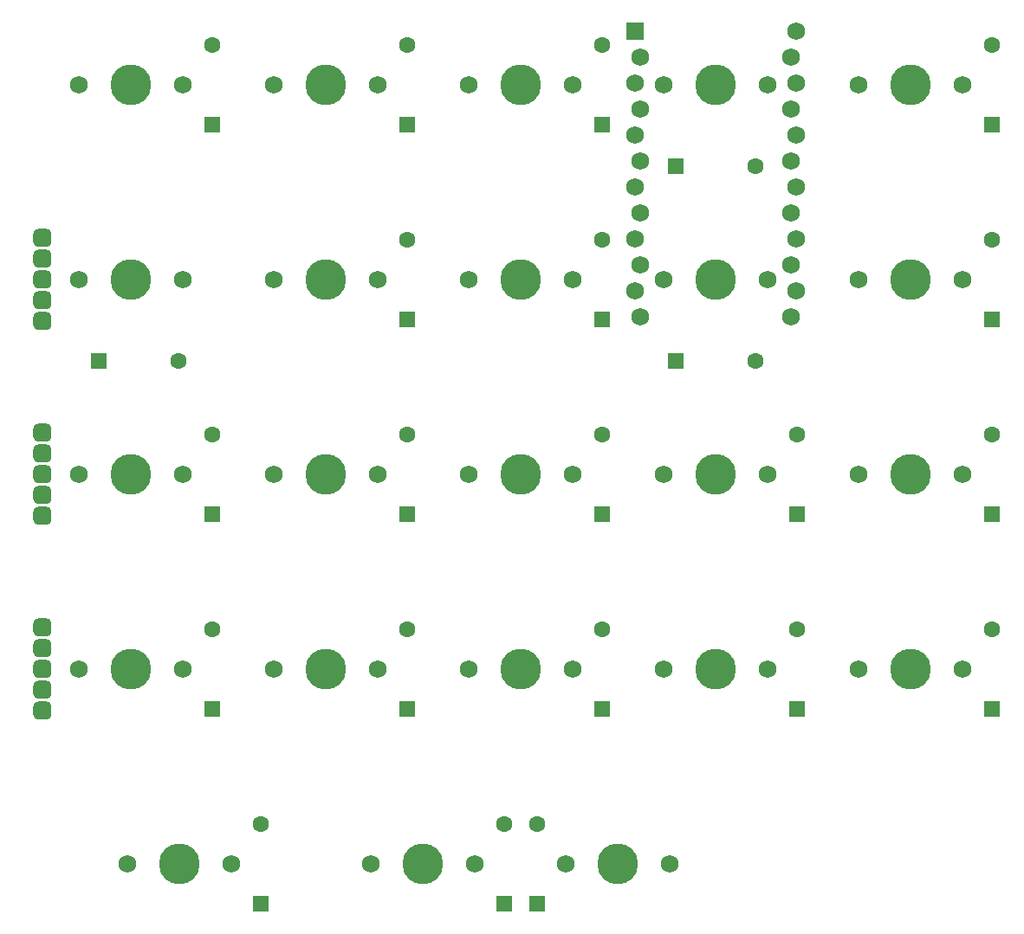
<source format=gts>
%TF.GenerationSoftware,KiCad,Pcbnew,(5.1.12)-1*%
%TF.CreationDate,2022-01-01T22:18:58-05:00*%
%TF.ProjectId,my-keeb-2,6d792d6b-6565-4622-9d32-2e6b69636164,rev?*%
%TF.SameCoordinates,Original*%
%TF.FileFunction,Soldermask,Top*%
%TF.FilePolarity,Negative*%
%FSLAX46Y46*%
G04 Gerber Fmt 4.6, Leading zero omitted, Abs format (unit mm)*
G04 Created by KiCad (PCBNEW (5.1.12)-1) date 2022-01-01 22:18:58*
%MOMM*%
%LPD*%
G01*
G04 APERTURE LIST*
%ADD10C,3.987800*%
%ADD11C,1.750000*%
%ADD12C,1.752600*%
%ADD13R,1.752600X1.752600*%
%ADD14R,1.600000X1.600000*%
%ADD15C,1.600000*%
G04 APERTURE END LIST*
D10*
%TO.C,MX38*%
X165100000Y-98425000D03*
D11*
X160020000Y-98425000D03*
X170180000Y-98425000D03*
%TD*%
%TO.C,M3*%
G36*
G01*
X109715300Y-36772850D02*
X109715300Y-37649150D01*
G75*
G02*
X109277150Y-38087300I-438150J0D01*
G01*
X108400850Y-38087300D01*
G75*
G02*
X107962700Y-37649150I0J438150D01*
G01*
X107962700Y-36772850D01*
G75*
G02*
X108400850Y-36334700I438150J0D01*
G01*
X109277150Y-36334700D01*
G75*
G02*
X109715300Y-36772850I0J-438150D01*
G01*
G37*
G36*
G01*
X109715300Y-38804850D02*
X109715300Y-39681150D01*
G75*
G02*
X109277150Y-40119300I-438150J0D01*
G01*
X108400850Y-40119300D01*
G75*
G02*
X107962700Y-39681150I0J438150D01*
G01*
X107962700Y-38804850D01*
G75*
G02*
X108400850Y-38366700I438150J0D01*
G01*
X109277150Y-38366700D01*
G75*
G02*
X109715300Y-38804850I0J-438150D01*
G01*
G37*
G36*
G01*
X109715300Y-40836850D02*
X109715300Y-41713150D01*
G75*
G02*
X109277150Y-42151300I-438150J0D01*
G01*
X108400850Y-42151300D01*
G75*
G02*
X107962700Y-41713150I0J438150D01*
G01*
X107962700Y-40836850D01*
G75*
G02*
X108400850Y-40398700I438150J0D01*
G01*
X109277150Y-40398700D01*
G75*
G02*
X109715300Y-40836850I0J-438150D01*
G01*
G37*
G36*
G01*
X109715300Y-42868850D02*
X109715300Y-43745150D01*
G75*
G02*
X109277150Y-44183300I-438150J0D01*
G01*
X108400850Y-44183300D01*
G75*
G02*
X107962700Y-43745150I0J438150D01*
G01*
X107962700Y-42868850D01*
G75*
G02*
X108400850Y-42430700I438150J0D01*
G01*
X109277150Y-42430700D01*
G75*
G02*
X109715300Y-42868850I0J-438150D01*
G01*
G37*
G36*
G01*
X109715300Y-44900850D02*
X109715300Y-45777150D01*
G75*
G02*
X109277150Y-46215300I-438150J0D01*
G01*
X108400850Y-46215300D01*
G75*
G02*
X107962700Y-45777150I0J438150D01*
G01*
X107962700Y-44900850D01*
G75*
G02*
X108400850Y-44462700I438150J0D01*
G01*
X109277150Y-44462700D01*
G75*
G02*
X109715300Y-44900850I0J-438150D01*
G01*
G37*
%TD*%
%TO.C,M2*%
G36*
G01*
X107962700Y-83877150D02*
X107962700Y-83000850D01*
G75*
G02*
X108400850Y-82562700I438150J0D01*
G01*
X109277150Y-82562700D01*
G75*
G02*
X109715300Y-83000850I0J-438150D01*
G01*
X109715300Y-83877150D01*
G75*
G02*
X109277150Y-84315300I-438150J0D01*
G01*
X108400850Y-84315300D01*
G75*
G02*
X107962700Y-83877150I0J438150D01*
G01*
G37*
G36*
G01*
X107962700Y-81845150D02*
X107962700Y-80968850D01*
G75*
G02*
X108400850Y-80530700I438150J0D01*
G01*
X109277150Y-80530700D01*
G75*
G02*
X109715300Y-80968850I0J-438150D01*
G01*
X109715300Y-81845150D01*
G75*
G02*
X109277150Y-82283300I-438150J0D01*
G01*
X108400850Y-82283300D01*
G75*
G02*
X107962700Y-81845150I0J438150D01*
G01*
G37*
G36*
G01*
X107962700Y-79813150D02*
X107962700Y-78936850D01*
G75*
G02*
X108400850Y-78498700I438150J0D01*
G01*
X109277150Y-78498700D01*
G75*
G02*
X109715300Y-78936850I0J-438150D01*
G01*
X109715300Y-79813150D01*
G75*
G02*
X109277150Y-80251300I-438150J0D01*
G01*
X108400850Y-80251300D01*
G75*
G02*
X107962700Y-79813150I0J438150D01*
G01*
G37*
G36*
G01*
X107962700Y-77781150D02*
X107962700Y-76904850D01*
G75*
G02*
X108400850Y-76466700I438150J0D01*
G01*
X109277150Y-76466700D01*
G75*
G02*
X109715300Y-76904850I0J-438150D01*
G01*
X109715300Y-77781150D01*
G75*
G02*
X109277150Y-78219300I-438150J0D01*
G01*
X108400850Y-78219300D01*
G75*
G02*
X107962700Y-77781150I0J438150D01*
G01*
G37*
G36*
G01*
X107962700Y-75749150D02*
X107962700Y-74872850D01*
G75*
G02*
X108400850Y-74434700I438150J0D01*
G01*
X109277150Y-74434700D01*
G75*
G02*
X109715300Y-74872850I0J-438150D01*
G01*
X109715300Y-75749150D01*
G75*
G02*
X109277150Y-76187300I-438150J0D01*
G01*
X108400850Y-76187300D01*
G75*
G02*
X107962700Y-75749150I0J438150D01*
G01*
G37*
%TD*%
%TO.C,M1*%
G36*
G01*
X107962700Y-64827150D02*
X107962700Y-63950850D01*
G75*
G02*
X108400850Y-63512700I438150J0D01*
G01*
X109277150Y-63512700D01*
G75*
G02*
X109715300Y-63950850I0J-438150D01*
G01*
X109715300Y-64827150D01*
G75*
G02*
X109277150Y-65265300I-438150J0D01*
G01*
X108400850Y-65265300D01*
G75*
G02*
X107962700Y-64827150I0J438150D01*
G01*
G37*
G36*
G01*
X107962700Y-62795150D02*
X107962700Y-61918850D01*
G75*
G02*
X108400850Y-61480700I438150J0D01*
G01*
X109277150Y-61480700D01*
G75*
G02*
X109715300Y-61918850I0J-438150D01*
G01*
X109715300Y-62795150D01*
G75*
G02*
X109277150Y-63233300I-438150J0D01*
G01*
X108400850Y-63233300D01*
G75*
G02*
X107962700Y-62795150I0J438150D01*
G01*
G37*
G36*
G01*
X107962700Y-60763150D02*
X107962700Y-59886850D01*
G75*
G02*
X108400850Y-59448700I438150J0D01*
G01*
X109277150Y-59448700D01*
G75*
G02*
X109715300Y-59886850I0J-438150D01*
G01*
X109715300Y-60763150D01*
G75*
G02*
X109277150Y-61201300I-438150J0D01*
G01*
X108400850Y-61201300D01*
G75*
G02*
X107962700Y-60763150I0J438150D01*
G01*
G37*
G36*
G01*
X107962700Y-58731150D02*
X107962700Y-57854850D01*
G75*
G02*
X108400850Y-57416700I438150J0D01*
G01*
X109277150Y-57416700D01*
G75*
G02*
X109715300Y-57854850I0J-438150D01*
G01*
X109715300Y-58731150D01*
G75*
G02*
X109277150Y-59169300I-438150J0D01*
G01*
X108400850Y-59169300D01*
G75*
G02*
X107962700Y-58731150I0J438150D01*
G01*
G37*
G36*
G01*
X107962700Y-56699150D02*
X107962700Y-55822850D01*
G75*
G02*
X108400850Y-55384700I438150J0D01*
G01*
X109277150Y-55384700D01*
G75*
G02*
X109715300Y-55822850I0J-438150D01*
G01*
X109715300Y-56699150D01*
G75*
G02*
X109277150Y-57137300I-438150J0D01*
G01*
X108400850Y-57137300D01*
G75*
G02*
X107962700Y-56699150I0J438150D01*
G01*
G37*
%TD*%
D12*
%TO.C,U1*%
X182473600Y-16986250D03*
X167233600Y-44926250D03*
X182016400Y-19526250D03*
X182473600Y-22066250D03*
X182016400Y-24606250D03*
X182473600Y-27146250D03*
X182016400Y-29686250D03*
X182473600Y-32226250D03*
X182016400Y-34766250D03*
X182473600Y-37306250D03*
X182016400Y-39846250D03*
X182473600Y-42386250D03*
X182016400Y-44926250D03*
X166776400Y-42386250D03*
X167233600Y-39846250D03*
X166776400Y-37306250D03*
X167233600Y-34766250D03*
X166776400Y-32226250D03*
X167233600Y-29686250D03*
X166776400Y-27146250D03*
X167233600Y-24606250D03*
X166776400Y-22066250D03*
X167233600Y-19526250D03*
D13*
X166776400Y-16986250D03*
%TD*%
D10*
%TO.C,MX25*%
X117475000Y-41275000D03*
D11*
X112395000Y-41275000D03*
X122555000Y-41275000D03*
%TD*%
D10*
%TO.C,MX28*%
X122237500Y-98425000D03*
D11*
X117157500Y-98425000D03*
X127317500Y-98425000D03*
%TD*%
D10*
%TO.C,MX46*%
X193675000Y-79375000D03*
D11*
X188595000Y-79375000D03*
X198755000Y-79375000D03*
%TD*%
D10*
%TO.C,MX45*%
X193675000Y-60325000D03*
D11*
X188595000Y-60325000D03*
X198755000Y-60325000D03*
%TD*%
D10*
%TO.C,MX44*%
X193675000Y-41275000D03*
D11*
X188595000Y-41275000D03*
X198755000Y-41275000D03*
%TD*%
D10*
%TO.C,MX43*%
X193675000Y-22225000D03*
D11*
X188595000Y-22225000D03*
X198755000Y-22225000D03*
%TD*%
D10*
%TO.C,MX42*%
X174625000Y-79375000D03*
D11*
X169545000Y-79375000D03*
X179705000Y-79375000D03*
%TD*%
D10*
%TO.C,MX41*%
X174625000Y-60325000D03*
D11*
X169545000Y-60325000D03*
X179705000Y-60325000D03*
%TD*%
D10*
%TO.C,MX40*%
X174625000Y-41275000D03*
D11*
X169545000Y-41275000D03*
X179705000Y-41275000D03*
%TD*%
D10*
%TO.C,MX39*%
X174625000Y-22225000D03*
D11*
X169545000Y-22225000D03*
X179705000Y-22225000D03*
%TD*%
D10*
%TO.C,MX37*%
X155575000Y-79375000D03*
D11*
X150495000Y-79375000D03*
X160655000Y-79375000D03*
%TD*%
D10*
%TO.C,MX36*%
X155575000Y-60325000D03*
D11*
X150495000Y-60325000D03*
X160655000Y-60325000D03*
%TD*%
D10*
%TO.C,MX35*%
X155575000Y-41275000D03*
D11*
X150495000Y-41275000D03*
X160655000Y-41275000D03*
%TD*%
D10*
%TO.C,MX34*%
X155575000Y-22225000D03*
D11*
X150495000Y-22225000D03*
X160655000Y-22225000D03*
%TD*%
D10*
%TO.C,MX33*%
X146050000Y-98425000D03*
D11*
X140970000Y-98425000D03*
X151130000Y-98425000D03*
%TD*%
D10*
%TO.C,MX32*%
X136525000Y-79375000D03*
D11*
X131445000Y-79375000D03*
X141605000Y-79375000D03*
%TD*%
D10*
%TO.C,MX31*%
X136525000Y-60325000D03*
D11*
X131445000Y-60325000D03*
X141605000Y-60325000D03*
%TD*%
D10*
%TO.C,MX30*%
X136525000Y-41275000D03*
D11*
X131445000Y-41275000D03*
X141605000Y-41275000D03*
%TD*%
D10*
%TO.C,MX29*%
X136525000Y-22225000D03*
D11*
X131445000Y-22225000D03*
X141605000Y-22225000D03*
%TD*%
D10*
%TO.C,MX27*%
X117475000Y-79375000D03*
D11*
X112395000Y-79375000D03*
X122555000Y-79375000D03*
%TD*%
D10*
%TO.C,MX26*%
X117475000Y-60325000D03*
D11*
X112395000Y-60325000D03*
X122555000Y-60325000D03*
%TD*%
D10*
%TO.C,MX24*%
X117475000Y-22225000D03*
D11*
X112395000Y-22225000D03*
X122555000Y-22225000D03*
%TD*%
D14*
%TO.C,D46*%
X201612500Y-83275000D03*
D15*
X201612500Y-75475000D03*
%TD*%
D14*
%TO.C,D45*%
X201612500Y-64225000D03*
D15*
X201612500Y-56425000D03*
%TD*%
D14*
%TO.C,D44*%
X201612500Y-45175000D03*
D15*
X201612500Y-37375000D03*
%TD*%
D14*
%TO.C,D43*%
X201612500Y-26125000D03*
D15*
X201612500Y-18325000D03*
%TD*%
D14*
%TO.C,D42*%
X182562500Y-83272000D03*
D15*
X182562500Y-75472000D03*
%TD*%
D14*
%TO.C,D41*%
X182562500Y-64225000D03*
D15*
X182562500Y-56425000D03*
%TD*%
D14*
%TO.C,D40*%
X170725000Y-49212500D03*
D15*
X178525000Y-49212500D03*
%TD*%
D14*
%TO.C,D39*%
X170725000Y-30162500D03*
D15*
X178525000Y-30162500D03*
%TD*%
D14*
%TO.C,D38*%
X157162500Y-102325000D03*
D15*
X157162500Y-94525000D03*
%TD*%
D14*
%TO.C,D37*%
X163512500Y-83275000D03*
D15*
X163512500Y-75475000D03*
%TD*%
D14*
%TO.C,D36*%
X163512500Y-64225000D03*
D15*
X163512500Y-56425000D03*
%TD*%
D14*
%TO.C,D35*%
X163512500Y-45175000D03*
D15*
X163512500Y-37375000D03*
%TD*%
D14*
%TO.C,D34*%
X163512500Y-26125000D03*
D15*
X163512500Y-18325000D03*
%TD*%
D14*
%TO.C,D33*%
X153987500Y-102325000D03*
D15*
X153987500Y-94525000D03*
%TD*%
D14*
%TO.C,D32*%
X144462500Y-83275000D03*
D15*
X144462500Y-75475000D03*
%TD*%
D14*
%TO.C,D31*%
X144462500Y-64225000D03*
D15*
X144462500Y-56425000D03*
%TD*%
D14*
%TO.C,D30*%
X144462500Y-45175000D03*
D15*
X144462500Y-37375000D03*
%TD*%
D14*
%TO.C,D29*%
X144462500Y-26125000D03*
D15*
X144462500Y-18325000D03*
%TD*%
D14*
%TO.C,D28*%
X130175000Y-102325000D03*
D15*
X130175000Y-94525000D03*
%TD*%
D14*
%TO.C,D27*%
X125412500Y-83275000D03*
D15*
X125412500Y-75475000D03*
%TD*%
D14*
%TO.C,D26*%
X125412500Y-64225000D03*
D15*
X125412500Y-56425000D03*
%TD*%
D14*
%TO.C,D25*%
X114368750Y-49212500D03*
D15*
X122168750Y-49212500D03*
%TD*%
D14*
%TO.C,D24*%
X125412500Y-26125000D03*
D15*
X125412500Y-18325000D03*
%TD*%
M02*

</source>
